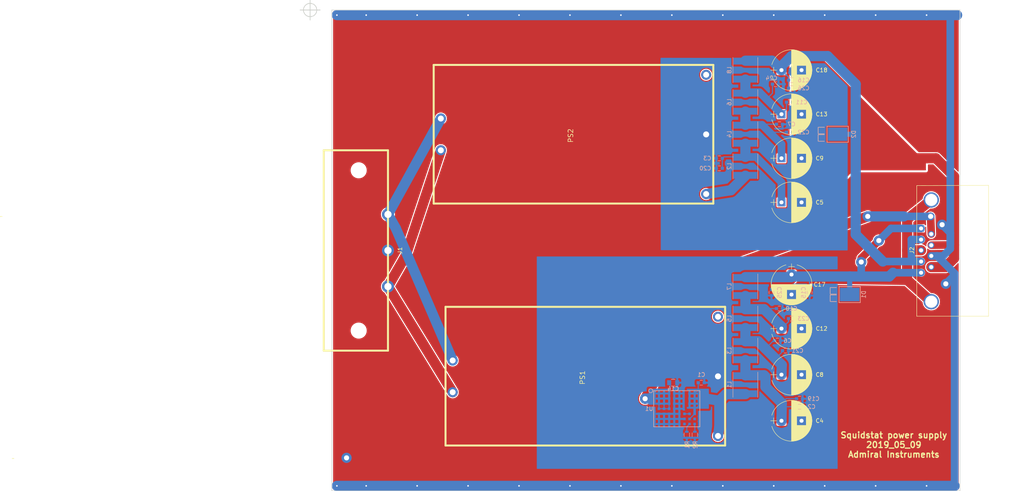
<source format=kicad_pcb>
(kicad_pcb (version 20171130) (host pcbnew "(5.1.0)-1")
  (layers (0 F.Cu signal) (31 B.Cu signal hide) (34 B.Paste user) (35 F.Paste user hide) (36 B.SilkS user) (37 F.SilkS user) (38 B.Mask user) (39 F.Mask user) (44 Edge.Cuts user))
  (net 0 "")
  (net 1 GND)
  (net 2 "Net-(C1-Pad1)")
  (net 3 /+0v,B)
  (net 4 "Net-(C10-Pad1)")
  (net 5 "Net-(C11-Pad1)")
  (net 6 /3.3v)
  (net 7 /+24v,A)
  (net 8 /+24v,B)
  (net 9 Earth)
  (net 10 "Net-(L2-Pad2)")
  (net 11 "Net-(J1-Pad1)")
  (net 12 "Net-(J1-Pad2)")
  (net 13 "Net-(R1-Pad1)")
  (net 14 "Net-(R2-Pad1)")
  (net 15 "Net-(U1-PadF7)")
  (net 16 "Net-(U1-PadH6)")
  (net 17 "Net-(U1-PadF5)")
  (net 18 "Net-(C19-Pad1)")
  (net 19 "Net-(C20-Pad1)")
  (net 20 "Net-(C21-Pad1)")
  (net 21 "Net-(C22-Pad1)")
  (net 22 "Net-(PS1-Pad5)")
  (net 23 "Net-(PS2-Pad5)")
  (module Capacitors_SMD:C_0603 (layer B.Cu) (at 97.5 93)
    (fp_text reference C1 (at 0 -2) (layer B.SilkS) (effects (justify mirror)))
    (fp_text value 2.2u)
    (pad 2 smd rect (at 0.75 0) (size 0.8 0.75) (layers B.Cu B.Paste B.Mask) (net 1 GND))
    (pad 1 smd rect (at -0.75 0) (size 0.8 0.75) (layers B.Cu B.Paste B.Mask) (net 2 "Net-(C1-Pad1)"))
  )
  (module Capacitors_SMD:C_0603 (layer B.Cu) (at 122 99)
    (fp_text reference C2 (at 3 0) (layer B.SilkS) (effects (justify mirror)))
    (fp_text value 1u)
    (pad 2 smd rect (at 0.75 0) (size 0.8 0.75) (layers B.Cu B.Paste B.Mask) (net 1 GND))
    (pad 1 smd rect (at -0.75 0) (size 0.8 0.75) (layers B.Cu B.Paste B.Mask) (net 18 "Net-(C19-Pad1)"))
  )
  (module Capacitors_SMD:C_0603 (layer B.Cu) (at 102 37 180)
    (fp_text reference C3 (at 3 0 180) (layer B.SilkS) (effects (justify mirror)))
    (fp_text value 1u)
    (pad 2 smd rect (at 0.75 0 180) (size 0.8 0.75) (layers B.Cu B.Paste B.Mask) (net 3 /+0v,B))
    (pad 1 smd rect (at -0.75 0 180) (size 0.8 0.75) (layers B.Cu B.Paste B.Mask) (net 19 "Net-(C20-Pad1)"))
  )
  (module Capacitors_THT:CP_Radial_D10.0mm_P5.00mm (layer F.Cu) (at 117.5 102.5)
    (fp_text reference C4 (at 9.5 0) (layer F.SilkS))
    (fp_text value 560u)
    (pad 1 thru_hole rect (at 0 0) (size 2 2) (drill 1) (layers *.Cu *.Mask) (net 18 "Net-(C19-Pad1)"))
    (pad 2 thru_hole circle (at 5 0) (size 2 2) (drill 1) (layers *.Cu *.Mask) (net 1 GND))
  )
  (module Capacitors_THT:CP_Radial_D10.0mm_P5.00mm (layer F.Cu) (at 117.5 48)
    (fp_text reference C5 (at 9.5 0) (layer F.SilkS))
    (fp_text value 560u)
    (pad 1 thru_hole rect (at 0 0) (size 2 2) (drill 1) (layers *.Cu *.Mask) (net 19 "Net-(C20-Pad1)"))
    (pad 2 thru_hole circle (at 5 0) (size 2 2) (drill 1) (layers *.Cu *.Mask) (net 3 /+0v,B))
  )
  (module Capacitors_SMD:C_0603 (layer B.Cu) (at 116.5 82.5)
    (fp_text reference C6 (at 2.5 0) (layer B.SilkS) (effects (justify mirror)))
    (fp_text value 1u)
    (pad 2 smd rect (at 0.75 0) (size 0.8 0.75) (layers B.Cu B.Paste B.Mask) (net 1 GND))
    (pad 1 smd rect (at -0.75 0) (size 0.8 0.75) (layers B.Cu B.Paste B.Mask) (net 20 "Net-(C21-Pad1)"))
  )
  (module Capacitors_SMD:C_0603 (layer B.Cu) (at 117 28.5)
    (fp_text reference C7 (at 3 0) (layer B.SilkS) (effects (justify mirror)))
    (fp_text value 1u)
    (pad 2 smd rect (at 0.75 0) (size 0.8 0.75) (layers B.Cu B.Paste B.Mask) (net 3 /+0v,B))
    (pad 1 smd rect (at -0.75 0) (size 0.8 0.75) (layers B.Cu B.Paste B.Mask) (net 21 "Net-(C22-Pad1)"))
  )
  (module Capacitors_THT:CP_Radial_D10.0mm_P5.00mm (layer F.Cu) (at 117.5 91)
    (fp_text reference C8 (at 9.5 0) (layer F.SilkS))
    (fp_text value 560u)
    (pad 1 thru_hole rect (at 0 0) (size 2 2) (drill 1) (layers *.Cu *.Mask) (net 20 "Net-(C21-Pad1)"))
    (pad 2 thru_hole circle (at 5 0) (size 2 2) (drill 1) (layers *.Cu *.Mask) (net 1 GND))
  )
  (module Capacitors_THT:CP_Radial_D10.0mm_P5.00mm (layer F.Cu) (at 117.5 37)
    (fp_text reference C9 (at 9.5 0) (layer F.SilkS))
    (fp_text value 560u)
    (pad 1 thru_hole rect (at 0 0) (size 2 2) (drill 1) (layers *.Cu *.Mask) (net 21 "Net-(C22-Pad1)"))
    (pad 2 thru_hole circle (at 5 0) (size 2 2) (drill 1) (layers *.Cu *.Mask) (net 3 /+0v,B))
  )
  (module Capacitors_SMD:C_0603 (layer B.Cu) (at 117 74.5)
    (fp_text reference C10 (at 3 0) (layer B.SilkS) (effects (justify mirror)))
    (fp_text value 1u)
    (pad 2 smd rect (at 0.75 0) (size 0.8 0.75) (layers B.Cu B.Paste B.Mask) (net 1 GND))
    (pad 1 smd rect (at -0.75 0) (size 0.8 0.75) (layers B.Cu B.Paste B.Mask) (net 4 "Net-(C10-Pad1)"))
  )
  (module Capacitors_SMD:C_0603 (layer B.Cu) (at 119.5 23)
    (fp_text reference C11 (at 3 0) (layer B.SilkS) (effects (justify mirror)))
    (fp_text value 1u)
    (pad 2 smd rect (at 0.75 0) (size 0.8 0.75) (layers B.Cu B.Paste B.Mask) (net 3 /+0v,B))
    (pad 1 smd rect (at -0.75 0) (size 0.8 0.75) (layers B.Cu B.Paste B.Mask) (net 5 "Net-(C11-Pad1)"))
  )
  (module Capacitors_THT:CP_Radial_D10.0mm_P5.00mm (layer F.Cu) (at 117.5 79.5)
    (fp_text reference C12 (at 10 0) (layer F.SilkS))
    (fp_text value 560u)
    (pad 1 thru_hole rect (at 0 0) (size 2 2) (drill 1) (layers *.Cu *.Mask) (net 4 "Net-(C10-Pad1)"))
    (pad 2 thru_hole circle (at 5 0) (size 2 2) (drill 1) (layers *.Cu *.Mask) (net 1 GND))
  )
  (module Capacitors_THT:CP_Radial_D10.0mm_P5.00mm (layer F.Cu) (at 117.5 26)
    (fp_text reference C13 (at 10 0) (layer F.SilkS))
    (fp_text value 560u)
    (pad 1 thru_hole rect (at 0 0) (size 2 2) (drill 1) (layers *.Cu *.Mask) (net 5 "Net-(C11-Pad1)"))
    (pad 2 thru_hole circle (at 5 0) (size 2 2) (drill 1) (layers *.Cu *.Mask) (net 3 /+0v,B))
  )
  (module Capacitors_SMD:C_0603 (layer B.Cu) (at 124.5 70.5 270)
    (fp_text reference C15 (at 0 1.5 270) (layer B.SilkS) (effects (justify mirror)))
    (fp_text value 1u)
    (pad 2 smd rect (at 0.75 0 270) (size 0.8 0.75) (layers B.Cu B.Paste B.Mask) (net 1 GND))
    (pad 1 smd rect (at -0.75 0 270) (size 0.8 0.75) (layers B.Cu B.Paste B.Mask) (net 7 /+24v,A))
  )
  (module Capacitors_SMD:C_0603 (layer B.Cu) (at 120 17.5)
    (fp_text reference C16 (at 3 0) (layer B.SilkS) (effects (justify mirror)))
    (fp_text value 1u)
    (pad 2 smd rect (at 0.75 0) (size 0.8 0.75) (layers B.Cu B.Paste B.Mask) (net 3 /+0v,B))
    (pad 1 smd rect (at -0.75 0) (size 0.8 0.75) (layers B.Cu B.Paste B.Mask) (net 8 /+24v,B))
  )
  (module Capacitors_THT:CP_Radial_D10.0mm_P5.00mm (layer F.Cu) (at 120 66 270)
    (fp_text reference C17 (at 2.5 -7) (layer F.SilkS))
    (fp_text value 560u)
    (pad 1 thru_hole rect (at 0 0 270) (size 2 2) (drill 1) (layers *.Cu *.Mask) (net 7 /+24v,A))
    (pad 2 thru_hole circle (at 5 0 270) (size 2 2) (drill 1) (layers *.Cu *.Mask) (net 1 GND))
  )
  (module Capacitors_THT:CP_Radial_D10.0mm_P5.00mm (layer F.Cu) (at 117.5 15)
    (fp_text reference C18 (at 10 0) (layer F.SilkS))
    (fp_text value 560u)
    (pad 1 thru_hole rect (at 0 0) (size 2 2) (drill 1) (layers *.Cu *.Mask) (net 8 /+24v,B))
    (pad 2 thru_hole circle (at 5 0) (size 2 2) (drill 1) (layers *.Cu *.Mask) (net 3 /+0v,B))
  )
  (module Resistors_SMD:R_0603 (layer B.Cu) (at 93.9 106 270)
    (fp_text reference R1 (at 2.5 -0.1 270) (layer B.SilkS) (effects (justify mirror)))
    (fp_text value 42.2k)
    (pad 1 smd rect (at -0.75 0 270) (size 0.5 0.9) (layers B.Cu B.Paste B.Mask) (net 13 "Net-(R1-Pad1)"))
    (pad 2 smd rect (at 0.75 0 270) (size 0.5 0.9) (layers B.Cu B.Paste B.Mask) (net 1 GND))
  )
  (module Resistors_SMD:R_0603 (layer B.Cu) (at 95.9 106 270)
    (fp_text reference R2 (at 2.5 -0.1 270) (layer B.SilkS) (effects (justify mirror)))
    (fp_text value 154k)
    (pad 1 smd rect (at -0.75 0 270) (size 0.5 0.9) (layers B.Cu B.Paste B.Mask) (net 14 "Net-(R2-Pad1)"))
    (pad 2 smd rect (at 0.75 0 270) (size 0.5 0.9) (layers B.Cu B.Paste B.Mask) (net 1 GND))
  )
  (module user:AC_receptacle (layer F.Cu) (at 19.4 60 90)
    (fp_text reference J1 (at 0 3 90) (layer F.SilkS))
    (fp_text value Conn_WallPlug_Earth)
    (pad "" np_thru_hole circle (at -20 -7.3 90) (size 3.5 3.5) (drill 3.5) (layers *.Cu *.Mask))
    (pad 3 thru_hole circle (at 0 0 90) (size 3 3) (drill 1.8) (layers *.Cu *.Mask) (net 9 Earth))
    (pad 1 thru_hole circle (at 9 0 90) (size 3 3) (drill 1.8) (layers *.Cu *.Mask) (net 11 "Net-(J1-Pad1)"))
    (pad 2 thru_hole circle (at -9 0 90) (size 3 3) (drill 1.8) (layers *.Cu *.Mask) (net 12 "Net-(J1-Pad2)"))
    (pad "" np_thru_hole circle (at 20 -7.3 90) (size 3.5 3.5) (drill 3.5) (layers *.Cu *.Mask))
  )
  (module Capacitors_SMD:C_0603 (layer B.Cu) (at 122 97)
    (fp_text reference C19 (at 3.5 0) (layer B.SilkS) (effects (justify mirror)))
    (fp_text value 10n)
    (pad 2 smd rect (at 0.75 0) (size 0.8 0.75) (layers B.Cu B.Paste B.Mask) (net 1 GND))
    (pad 1 smd rect (at -0.75 0) (size 0.8 0.75) (layers B.Cu B.Paste B.Mask) (net 18 "Net-(C19-Pad1)"))
  )
  (module Capacitors_SMD:C_0603 (layer B.Cu) (at 102 39.5 180)
    (fp_text reference C20 (at 3.5 0 180) (layer B.SilkS) (effects (justify mirror)))
    (fp_text value 10n)
    (pad 2 smd rect (at 0.75 0 180) (size 0.8 0.75) (layers B.Cu B.Paste B.Mask) (net 3 /+0v,B))
    (pad 1 smd rect (at -0.75 0 180) (size 0.8 0.75) (layers B.Cu B.Paste B.Mask) (net 19 "Net-(C20-Pad1)"))
  )
  (module Capacitors_SMD:C_0603 (layer B.Cu) (at 118.5 85)
    (fp_text reference C21 (at 3 0) (layer B.SilkS) (effects (justify mirror)))
    (fp_text value 10n)
    (pad 2 smd rect (at 0.75 0) (size 0.8 0.75) (layers B.Cu B.Paste B.Mask) (net 1 GND))
    (pad 1 smd rect (at -0.75 0) (size 0.8 0.75) (layers B.Cu B.Paste B.Mask) (net 20 "Net-(C21-Pad1)"))
  )
  (module Capacitors_SMD:C_0603 (layer B.Cu) (at 119.5 30.5)
    (fp_text reference C22 (at 3.5 0) (layer B.SilkS) (effects (justify mirror)))
    (fp_text value 10n)
    (pad 2 smd rect (at 0.75 0) (size 0.8 0.75) (layers B.Cu B.Paste B.Mask) (net 3 /+0v,B))
    (pad 1 smd rect (at -0.75 0) (size 0.8 0.75) (layers B.Cu B.Paste B.Mask) (net 21 "Net-(C22-Pad1)"))
  )
  (module Capacitors_SMD:C_0603 (layer B.Cu) (at 120 77)
    (fp_text reference C23 (at 3 0) (layer B.SilkS) (effects (justify mirror)))
    (fp_text value 10n)
    (pad 2 smd rect (at 0.75 0) (size 0.8 0.75) (layers B.Cu B.Paste B.Mask) (net 1 GND))
    (pad 1 smd rect (at -0.75 0) (size 0.8 0.75) (layers B.Cu B.Paste B.Mask) (net 4 "Net-(C10-Pad1)"))
  )
  (module Capacitors_SMD:C_0603 (layer B.Cu) (at 116 18.5)
    (fp_text reference C24 (at -1 -1.5) (layer B.SilkS) (effects (justify mirror)))
    (fp_text value 10n)
    (pad 2 smd rect (at 0.75 0) (size 0.8 0.75) (layers B.Cu B.Paste B.Mask) (net 3 /+0v,B))
    (pad 1 smd rect (at -0.75 0) (size 0.8 0.75) (layers B.Cu B.Paste B.Mask) (net 5 "Net-(C11-Pad1)"))
  )
  (module Capacitors_SMD:C_0603 (layer B.Cu) (at 115 70.5 270)
    (fp_text reference C25 (at 0 -2 270) (layer B.SilkS) (effects (justify mirror)))
    (fp_text value 10n)
    (pad 2 smd rect (at 0.75 0 270) (size 0.8 0.75) (layers B.Cu B.Paste B.Mask) (net 1 GND))
    (pad 1 smd rect (at -0.75 0 270) (size 0.8 0.75) (layers B.Cu B.Paste B.Mask) (net 7 /+24v,A))
  )
  (module Capacitors_SMD:C_0603 (layer B.Cu) (at 120 19.5)
    (fp_text reference C26 (at 3 0) (layer B.SilkS) (effects (justify mirror)))
    (fp_text value 10n)
    (pad 2 smd rect (at 0.75 0) (size 0.8 0.75) (layers B.Cu B.Paste B.Mask) (net 3 /+0v,B))
    (pad 1 smd rect (at -0.75 0) (size 0.8 0.75) (layers B.Cu B.Paste B.Mask) (net 8 /+24v,B))
  )
  (module user:LGA-50 (layer B.Cu) (at 91.4 99.5)
    (fp_text reference U1 (at -6.9 0) (layer B.SilkS) (effects (justify mirror)))
    (fp_text value LTM8022)
    (pad H7 smd rect (at 4.445 3.81) (size 0.64 0.64) (layers B.Cu B.Paste B.Mask) (net 14 "Net-(R2-Pad1)"))
    (pad G7 smd rect (at 3.175 3.81) (size 0.64 0.64) (layers B.Cu B.Paste B.Mask) (net 13 "Net-(R1-Pad1)"))
    (pad F7 smd rect (at 1.905 3.81) (size 0.64 0.64) (layers B.Cu B.Paste B.Mask) (net 15 "Net-(U1-PadF7)"))
    (pad E1 smd rect (at 0.635 3.81) (size 0.64 0.64) (layers B.Cu B.Paste B.Mask) (net 1 GND))
    (pad E1 smd rect (at -0.635 3.81) (size 0.64 0.64) (layers B.Cu B.Paste B.Mask) (net 1 GND))
    (pad E1 smd rect (at -1.905 3.81) (size 0.64 0.64) (layers B.Cu B.Paste B.Mask) (net 1 GND))
    (pad E1 smd rect (at -3.175 3.81) (size 0.64 0.64) (layers B.Cu B.Paste B.Mask) (net 1 GND))
    (pad E1 smd rect (at -4.445 3.81) (size 0.64 0.64) (layers B.Cu B.Paste B.Mask) (net 1 GND))
    (pad H6 smd rect (at 4.445 2.54) (size 0.64 0.64) (layers B.Cu B.Paste B.Mask) (net 16 "Net-(U1-PadH6)"))
    (pad G6 smd rect (at 3.175 2.54) (size 0.64 0.64) (layers B.Cu B.Paste B.Mask) (net 2 "Net-(C1-Pad1)"))
    (pad E1 smd rect (at 1.905 2.54) (size 0.64 0.64) (layers B.Cu B.Paste B.Mask) (net 1 GND))
    (pad E1 smd rect (at 0.635 2.54) (size 0.64 0.64) (layers B.Cu B.Paste B.Mask) (net 1 GND))
    (pad E1 smd rect (at -0.635 2.54) (size 0.64 0.64) (layers B.Cu B.Paste B.Mask) (net 1 GND))
    (pad E1 smd rect (at -1.905 2.54) (size 0.64 0.64) (layers B.Cu B.Paste B.Mask) (net 1 GND))
    (pad E1 smd rect (at -3.175 2.54) (size 0.64 0.64) (layers B.Cu B.Paste B.Mask) (net 1 GND))
    (pad E1 smd rect (at -4.445 2.54) (size 0.64 0.64) (layers B.Cu B.Paste B.Mask) (net 1 GND))
    (pad H5 smd rect (at 4.445 1.27) (size 0.64 0.64) (layers B.Cu B.Paste B.Mask) (net 2 "Net-(C1-Pad1)"))
    (pad G5 smd rect (at 3.175 1.27) (size 0.64 0.64) (layers B.Cu B.Paste B.Mask) (net 17 "Net-(U1-PadF5)"))
    (pad F5 smd rect (at 1.905 1.27) (size 0.64 0.64) (layers B.Cu B.Paste B.Mask) (net 17 "Net-(U1-PadF5)"))
    (pad E1 smd rect (at 0.635 1.27) (size 0.64 0.64) (layers B.Cu B.Paste B.Mask) (net 1 GND))
    (pad E1 smd rect (at -0.635 1.27) (size 0.64 0.64) (layers B.Cu B.Paste B.Mask) (net 1 GND))
    (pad E1 smd rect (at -1.905 1.27) (size 0.64 0.64) (layers B.Cu B.Paste B.Mask) (net 1 GND))
    (pad E1 smd rect (at -3.175 1.27) (size 0.64 0.64) (layers B.Cu B.Paste B.Mask) (net 1 GND))
    (pad E1 smd rect (at -4.445 1.27) (size 0.64 0.64) (layers B.Cu B.Paste B.Mask) (net 1 GND))
    (pad E1 smd rect (at 0.635 0) (size 0.64 0.64) (layers B.Cu B.Paste B.Mask) (net 1 GND))
    (pad E1 smd rect (at -0.635 0) (size 0.64 0.64) (layers B.Cu B.Paste B.Mask) (net 1 GND))
    (pad A1 smd rect (at -1.905 0) (size 0.64 0.64) (layers B.Cu B.Paste B.Mask) (net 6 /3.3v))
    (pad A1 smd rect (at -3.175 0) (size 0.64 0.64) (layers B.Cu B.Paste B.Mask) (net 6 /3.3v))
    (pad A1 smd rect (at -4.445 0) (size 0.64 0.64) (layers B.Cu B.Paste B.Mask) (net 6 /3.3v))
    (pad H1 smd rect (at 4.445 -1.27) (size 0.64 0.64) (layers B.Cu B.Paste B.Mask) (net 2 "Net-(C1-Pad1)"))
    (pad H1 smd rect (at 3.175 -1.27) (size 0.64 0.64) (layers B.Cu B.Paste B.Mask) (net 2 "Net-(C1-Pad1)"))
    (pad E1 smd rect (at 0.635 -1.27) (size 0.64 0.64) (layers B.Cu B.Paste B.Mask) (net 1 GND))
    (pad E1 smd rect (at -0.635 -1.27) (size 0.64 0.64) (layers B.Cu B.Paste B.Mask) (net 1 GND))
    (pad A1 smd rect (at -1.905 -1.27) (size 0.64 0.64) (layers B.Cu B.Paste B.Mask) (net 6 /3.3v))
    (pad A1 smd rect (at -3.175 -1.27) (size 0.64 0.64) (layers B.Cu B.Paste B.Mask) (net 6 /3.3v))
    (pad A1 smd rect (at -4.445 -1.27) (size 0.64 0.64) (layers B.Cu B.Paste B.Mask) (net 6 /3.3v))
    (pad H1 smd rect (at 3.175 -2.54) (size 0.64 0.64) (layers B.Cu B.Paste B.Mask) (net 2 "Net-(C1-Pad1)"))
    (pad E1 smd rect (at -0.635 -2.54) (size 0.64 0.64) (layers B.Cu B.Paste B.Mask) (net 1 GND))
    (pad E1 smd rect (at 0.635 -2.54) (size 0.64 0.64) (layers B.Cu B.Paste B.Mask) (net 1 GND))
    (pad H1 smd rect (at 4.445 -3.81) (size 0.64 0.64) (layers B.Cu B.Paste B.Mask) (net 2 "Net-(C1-Pad1)"))
    (pad H1 smd rect (at 4.445 -2.54) (size 0.64 0.64) (layers B.Cu B.Paste B.Mask) (net 2 "Net-(C1-Pad1)"))
    (pad H1 smd rect (at 3.175 -3.81) (size 0.64 0.64) (layers B.Cu B.Paste B.Mask) (net 2 "Net-(C1-Pad1)"))
    (pad E1 smd rect (at 0.635 -3.81) (size 0.64 0.64) (layers B.Cu B.Paste B.Mask) (net 1 GND))
    (pad A1 smd rect (at -4.445 -3.81) (size 0.64 0.64) (layers B.Cu B.Paste B.Mask) (net 6 /3.3v))
    (pad A1 smd rect (at -3.175 -3.81) (size 0.64 0.64) (layers B.Cu B.Paste B.Mask) (net 6 /3.3v))
    (pad A1 smd rect (at -1.905 -3.81) (size 0.64 0.64) (layers B.Cu B.Paste B.Mask) (net 6 /3.3v))
    (pad E1 smd rect (at -0.635 -3.81) (size 0.64 0.64) (layers B.Cu B.Paste B.Mask) (net 1 GND))
    (pad A1 smd rect (at -1.905 -2.54) (size 0.64 0.64) (layers B.Cu B.Paste B.Mask) (net 6 /3.3v))
    (pad A1 smd rect (at -3.175 -2.54) (size 0.64 0.64) (layers B.Cu B.Paste B.Mask) (net 6 /3.3v))
    (pad A1 smd rect (at -4.445 -2.54) (size 0.64 0.64) (layers B.Cu B.Paste B.Mask) (net 6 /3.3v))
    (pad A1 smd rect (at -4.445 -3.81) (size 0.64 0.64) (layers B.Cu B.Paste B.Mask) (net 6 /3.3v))
  )
  (module user:6045_inductor (layer B.Cu) (at 108.5 93.5 270)
    (fp_text reference L1 (at 0 4 270) (layer B.SilkS) (effects (justify mirror)))
    (fp_text value 10u)
    (pad 1 smd rect (at -2.25 0 270) (size 1.7 5.9) (layers B.Cu B.Paste B.Mask) (net 18 "Net-(C19-Pad1)"))
    (pad 2 smd rect (at 2.25 0 270) (size 1.7 5.9) (layers B.Cu B.Paste B.Mask) (net 2 "Net-(C1-Pad1)"))
  )
  (module user:6045_inductor (layer B.Cu) (at 108.5 39 270)
    (fp_text reference L2 (at 0 4 270) (layer B.SilkS) (effects (justify mirror)))
    (fp_text value 10u)
    (pad 1 smd rect (at -2.25 0 270) (size 1.7 5.9) (layers B.Cu B.Paste B.Mask) (net 19 "Net-(C20-Pad1)"))
    (pad 2 smd rect (at 2.25 0 270) (size 1.7 5.9) (layers B.Cu B.Paste B.Mask) (net 10 "Net-(L2-Pad2)"))
  )
  (module user:6045_inductor (layer B.Cu) (at 108.5 85 270)
    (fp_text reference L3 (at 0 4 270) (layer B.SilkS) (effects (justify mirror)))
    (fp_text value 10u)
    (pad 1 smd rect (at -2.25 0 270) (size 1.7 5.9) (layers B.Cu B.Paste B.Mask) (net 20 "Net-(C21-Pad1)"))
    (pad 2 smd rect (at 2.25 0 270) (size 1.7 5.9) (layers B.Cu B.Paste B.Mask) (net 18 "Net-(C19-Pad1)"))
  )
  (module user:6045_inductor (layer B.Cu) (at 108.5 31 270)
    (fp_text reference L4 (at 0 4 270) (layer B.SilkS) (effects (justify mirror)))
    (fp_text value 10u)
    (pad 1 smd rect (at -2.25 0 270) (size 1.7 5.9) (layers B.Cu B.Paste B.Mask) (net 21 "Net-(C22-Pad1)"))
    (pad 2 smd rect (at 2.25 0 270) (size 1.7 5.9) (layers B.Cu B.Paste B.Mask) (net 19 "Net-(C20-Pad1)"))
  )
  (module user:6045_inductor (layer B.Cu) (at 108.5 77 270)
    (fp_text reference L5 (at 0 4 270) (layer B.SilkS) (effects (justify mirror)))
    (fp_text value 10u)
    (pad 1 smd rect (at -2.25 0 270) (size 1.7 5.9) (layers B.Cu B.Paste B.Mask) (net 4 "Net-(C10-Pad1)"))
    (pad 2 smd rect (at 2.25 0 270) (size 1.7 5.9) (layers B.Cu B.Paste B.Mask) (net 20 "Net-(C21-Pad1)"))
  )
  (module user:6045_inductor (layer B.Cu) (at 108.5 23 270)
    (fp_text reference L6 (at 0 4 270) (layer B.SilkS) (effects (justify mirror)))
    (fp_text value 10u)
    (pad 1 smd rect (at -2.25 0 270) (size 1.7 5.9) (layers B.Cu B.Paste B.Mask) (net 5 "Net-(C11-Pad1)"))
    (pad 2 smd rect (at 2.25 0 270) (size 1.7 5.9) (layers B.Cu B.Paste B.Mask) (net 21 "Net-(C22-Pad1)"))
  )
  (module user:6045_inductor (layer B.Cu) (at 108.5 69 270)
    (fp_text reference L7 (at 0 4 270) (layer B.SilkS) (effects (justify mirror)))
    (fp_text value 10u)
    (pad 1 smd rect (at -2.25 0 270) (size 1.7 5.9) (layers B.Cu B.Paste B.Mask) (net 7 /+24v,A))
    (pad 2 smd rect (at 2.25 0 270) (size 1.7 5.9) (layers B.Cu B.Paste B.Mask) (net 4 "Net-(C10-Pad1)"))
  )
  (module user:6045_inductor (layer B.Cu) (at 108.5 15 270)
    (fp_text reference L8 (at 0 4 270) (layer B.SilkS) (effects (justify mirror)))
    (fp_text value 10u)
    (pad 1 smd rect (at -2.25 0 270) (size 1.7 5.9) (layers B.Cu B.Paste B.Mask) (net 8 /+24v,B))
    (pad 2 smd rect (at 2.25 0 270) (size 1.7 5.9) (layers B.Cu B.Paste B.Mask) (net 5 "Net-(C11-Pad1)"))
  )
  (module Capacitors_SMD:C_0805 (layer B.Cu) (at 90.5 93)
    (fp_text reference C14 (at 0 1.5) (layer B.SilkS) (effects (justify mirror)))
    (fp_text value 22u)
    (pad 1 smd rect (at -1 0) (size 1 1.25) (layers B.Cu B.Paste B.Mask) (net 6 /3.3v))
    (pad 2 smd rect (at 1 0) (size 1 1.25) (layers B.Cu B.Paste B.Mask) (net 1 GND))
  )
  (module user:PowerDI5 (layer B.Cu) (at 134.5 71 90)
    (fp_text reference D1 (at 0 3.5 90) (layer B.SilkS) (effects (justify mirror)))
    (fp_text value 31v)
    (pad 2 smd rect (at -0.92 -3.982 90) (size 1.39 1.4) (layers B.Cu B.Paste B.Mask) (net 1 GND))
    (pad 1 smd rect (at 0 0 90) (size 3.36 4.86) (layers B.Cu B.Paste B.Mask) (net 7 /+24v,A))
    (pad 2 smd rect (at 0.92 -3.982 90) (size 1.39 1.4) (layers B.Cu B.Paste B.Mask) (net 1 GND))
  )
  (module user:PowerDI5 (layer B.Cu) (at 131.5 31 90)
    (fp_text reference D2 (at 0 4 90) (layer B.SilkS) (effects (justify mirror)))
    (fp_text value 31v)
    (pad 2 smd rect (at -0.92 -3.982 90) (size 1.39 1.4) (layers B.Cu B.Paste B.Mask) (net 3 /+0v,B))
    (pad 1 smd rect (at 0 0 90) (size 3.36 4.86) (layers B.Cu B.Paste B.Mask) (net 8 /+24v,B))
    (pad 2 smd rect (at 0.92 -3.982 90) (size 1.39 1.4) (layers B.Cu B.Paste B.Mask) (net 3 /+0v,B))
  )
  (module user_generated_footprints:DB9FC_w_housing_connection (layer F.Cu) (at 152.3 54.5 270)
    (fp_text reference J2 (at 5.46 2.28 270) (layer F.SilkS))
    (fp_text value DB9_Female_MountingHoles)
    (pad 0 thru_hole circle (at 18.29 -2.54 270) (size 3.81 3.81) (drill 3.05) (layers *.Cu *.Mask) (net 1 GND))
    (pad 0 thru_hole circle (at -7.11 -2.54 270) (size 3.81 3.81) (drill 3.05) (layers *.Cu *.Mask) (net 1 GND))
    (pad 1 thru_hole rect (at 0 0 270) (size 1.52 1.52) (drill 1.02) (layers *.Cu *.Mask) (net 7 /+24v,A))
    (pad 2 thru_hole circle (at 2.79 0 270) (size 1.52 1.52) (drill 1.02) (layers *.Cu *.Mask) (net 8 /+24v,B))
    (pad 3 thru_hole circle (at 5.46 0 270) (size 1.52 1.52) (drill 1.02) (layers *.Cu *.Mask) (net 1 GND))
    (pad 4 thru_hole circle (at 8.26 0 270) (size 1.52 1.52) (drill 1.02) (layers *.Cu *.Mask) (net 8 /+24v,B))
    (pad 5 thru_hole circle (at 11.05 0 270) (size 1.52 1.52) (drill 1.02) (layers *.Cu *.Mask) (net 7 /+24v,A))
    (pad 6 thru_hole circle (at 1.4 -2.54 270) (size 1.52 1.52) (drill 1.02) (layers *.Cu *.Mask) (net 6 /3.3v))
    (pad 7 thru_hole circle (at 4.19 -2.54 270) (size 1.52 1.52) (drill 1.02) (layers *.Cu *.Mask) (net 3 /+0v,B))
    (pad 8 thru_hole circle (at 6.86 -2.54 270) (size 1.52 1.52) (drill 1.02) (layers *.Cu *.Mask) (net 9 Earth))
    (pad 9 thru_hole circle (at 9.65 -2.54 270) (size 1.52 1.52) (drill 1.02) (layers *.Cu *.Mask) (net 3 /+0v,B))
  )
  (module user:TPP-30-115A-D (layer F.Cu) (at 103.45 74.075)
    (fp_text reference PS1 (at -35.56 17.653 90) (layer F.SilkS) (effects (font (size 1.2 1.2))))
    (fp_text value TPP30-115A-D)
    (pad 5 thru_hole circle (at -1.78 2.46) (size 2.5 2.5) (drill 1.5) (layers *.Cu *.Mask) (net 22 "Net-(PS1-Pad5)"))
    (pad 4 thru_hole circle (at -1.78 17.34) (size 2.5 2.5) (drill 1.5) (layers *.Cu *.Mask) (net 1 GND))
    (pad 2 thru_hole circle (at -67.92 13.38) (size 2.5 2.5) (drill 1.5) (layers *.Cu *.Mask) (net 11 "Net-(J1-Pad1)"))
    (pad 1 thru_hole circle (at -67.92 21.3) (size 2.5 2.5) (drill 1.5) (layers *.Cu *.Mask) (net 12 "Net-(J1-Pad2)"))
    (pad 3 thru_hole circle (at -1.78 32.22) (size 2.5 2.5) (drill 1.5) (layers *.Cu *.Mask) (net 2 "Net-(C1-Pad1)"))
  )
  (module user:TPP-30-115A-D (layer F.Cu) (at 100.5 13.7)
    (fp_text reference PS2 (at -35.56 17.653 90) (layer F.SilkS) (effects (font (size 1.2 1.2))))
    (fp_text value TPP30-115A-D)
    (pad 3 thru_hole circle (at -1.78 32.22) (size 2.5 2.5) (drill 1.5) (layers *.Cu *.Mask) (net 10 "Net-(L2-Pad2)"))
    (pad 1 thru_hole circle (at -67.92 21.3) (size 2.5 2.5) (drill 1.5) (layers *.Cu *.Mask) (net 12 "Net-(J1-Pad2)"))
    (pad 2 thru_hole circle (at -67.92 13.38) (size 2.5 2.5) (drill 1.5) (layers *.Cu *.Mask) (net 11 "Net-(J1-Pad1)"))
    (pad 4 thru_hole circle (at -1.78 17.34) (size 2.5 2.5) (drill 1.5) (layers *.Cu *.Mask) (net 3 /+0v,B))
    (pad 5 thru_hole circle (at -1.78 2.46) (size 2.5 2.5) (drill 1.5) (layers *.Cu *.Mask) (net 23 "Net-(PS2-Pad5)"))
  )
  (gr_text "Squidstat power supply\n2019_05_09\nAdmiral Instruments" (at 145.5 108.5) (layer F.SilkS) (effects (font (size 1.5 1.5) (thickness 0.3))))
  (target plus (at 0 0) (size 5) (width 0.15) (layer Edge.Cuts))
  (target plus (at 0 0) (size 5) (width 0.15) (layer Edge.Cuts))
  (gr_line (start 5.4 0) (end 162 0) (angle 90) (layer Edge.Cuts) (width 0.15))
  (gr_line (start 162 0) (end 162 120) (angle 90) (layer Edge.Cuts) (width 0.15))
  (gr_line (start 5.4 120) (end 162 120) (angle 90) (layer Edge.Cuts) (width 0.15))
  (gr_line (start 5.4 0) (end 5.4 120) (angle 90) (layer Edge.Cuts) (width 0.15))
  (segment (start 124 67) (end 148.81 67.35) (width 2.54) (layer F.Cu) (net 1))
  (segment (start 148.81 67.35) (end 148.83 59.96) (width 2.54) (layer F.Cu) (net 1))
  (segment (start 154.84 72.79) (end 148.81 67.35) (width 2.54) (layer F.Cu) (net 1))
  (segment (start 152.3 59.96) (end 148.83 59.96) (width 2.54) (layer F.Cu) (net 1))
  (segment (start 148.83 52.19) (end 148.83 59.96) (width 2.54) (layer F.Cu) (net 1))
  (segment (start 154.84 47.39) (end 148.83 52.19) (width 2.54) (layer F.Cu) (net 1))
  (segment (start 124 67) (end 120 71) (width 2.54) (layer F.Cu) (net 1))
  (segment (start 102 104) (end 102 97.5) (width 2.54) (layer B.Cu) (net 2))
  (segment (start 102 97.5) (end 103.65 95.85) (width 2.54) (layer B.Cu) (net 2))
  (segment (start 96.75 93) (end 96.75 94.785) (width 0.254) (layer B.Cu) (net 2))
  (segment (start 96.75 94.785) (end 95.845 95.69) (width 0.254) (layer B.Cu) (net 2))
  (segment (start 95.845 100.77) (end 94.575 102.04) (width 0.254) (layer B.Cu) (net 2))
  (segment (start 95.845 98.23) (end 95.845 100.77) (width 0.635) (layer B.Cu) (net 2))
  (segment (start 103.65 95.85) (end 108.5 95.85) (width 2.54) (layer B.Cu) (net 2))
  (segment (start 102 104) (end 101.67 106.295) (width 2.54) (layer B.Cu) (net 2))
  (segment (start 98.7 96.96) (end 102 97.5) (width 2.54) (layer B.Cu) (net 2))
  (segment (start 95.845 96.96) (end 98.7 96.96) (width 0.635) (layer B.Cu) (net 2))
  (segment (start 160.5 58.61) (end 160.5 62) (width 2.54) (layer F.Cu) (net 3))
  (segment (start 160.5 41.5) (end 160.5 58.61) (width 2.54) (layer F.Cu) (net 3))
  (segment (start 154.84 58.69) (end 160.5 58.61) (width 1.905) (layer F.Cu) (net 3))
  (segment (start 122.5 37) (end 156 37) (width 2.54) (layer F.Cu) (net 3))
  (segment (start 158.35 64.15) (end 154.84 64.15) (width 2.54) (layer F.Cu) (net 3))
  (segment (start 160.5 62) (end 158.35 64.15) (width 2.54) (layer F.Cu) (net 3))
  (segment (start 156 37) (end 160.5 41.5) (width 2.54) (layer F.Cu) (net 3))
  (segment (start 122.5 26) (end 122.5 15) (width 1.905) (layer F.Cu) (net 3))
  (segment (start 122.5 37) (end 122.5 26) (width 1.905) (layer F.Cu) (net 3))
  (segment (start 122.5 48) (end 122.5 37) (width 1.905) (layer F.Cu) (net 3))
  (segment (start 119.25 77) (end 119.25 77.75) (width 0.254) (layer B.Cu) (net 4))
  (segment (start 119.25 77.75) (end 117.5 79.5) (width 0.254) (layer B.Cu) (net 4))
  (segment (start 116.25 74.5) (end 113.3 74.5) (width 0.254) (layer B.Cu) (net 4))
  (segment (start 113.3 74.5) (end 113.15 74.65) (width 0.254) (layer B.Cu) (net 4))
  (segment (start 117.5 79.5) (end 117.58 79.08) (width 2.54) (layer B.Cu) (net 4))
  (segment (start 113.15 74.65) (end 108.5 74.65) (width 2.54) (layer B.Cu) (net 4))
  (segment (start 117.58 79.08) (end 113.15 74.65) (width 2.54) (layer B.Cu) (net 4))
  (segment (start 108.5 74.65) (end 108.5 71.35) (width 2.54) (layer B.Cu) (net 4))
  (segment (start 118.75 23) (end 118.75 24.75) (width 0.254) (layer B.Cu) (net 5))
  (segment (start 118.75 24.75) (end 117.5 26) (width 0.254) (layer B.Cu) (net 5))
  (segment (start 115.25 18.5) (end 115.25 20.5) (width 0.254) (layer B.Cu) (net 5))
  (segment (start 115.25 20.5) (end 115.25 20.75) (width 0.254) (layer B.Cu) (net 5))
  (segment (start 115.25 20.75) (end 113.75 22.25) (width 0.254) (layer B.Cu) (net 5))
  (segment (start 117.5 26) (end 113.75 22.25) (width 1.905) (layer B.Cu) (net 5))
  (segment (start 113.75 22.25) (end 112 20.5) (width 1.905) (layer B.Cu) (net 5))
  (segment (start 112 20.5) (end 108.65 20.5) (width 1.905) (layer B.Cu) (net 5))
  (segment (start 108.65 20.5) (end 108.5 20.65) (width 1.905) (layer B.Cu) (net 5))
  (segment (start 108.5 20.65) (end 108.5 17.35) (width 2.54) (layer B.Cu) (net 5))
  (segment (start 154.84 55.9) (end 154.68 51.5) (width 1.905) (layer F.Cu) (net 6))
  (via (at 154.68 51.5) (size 1.905) (drill 1.27) (layers F.Cu B.Cu) (net 6))
  (segment (start 148 51.5) (end 154.68 51.5) (width 1.905) (layer B.Cu) (net 6))
  (segment (start 83.54 96.96) (end 83.5 97) (width 2.54) (layer B.Cu) (net 6))
  (via (at 83.5 97) (size 2.54) (drill 1.27) (layers F.Cu B.Cu) (net 6))
  (via (at 139 51.5) (size 2.54) (drill 1.27) (layers F.Cu B.Cu) (net 6))
  (segment (start 139 51.5) (end 148 51.5) (width 2.54) (layer B.Cu) (net 6))
  (segment (start 83.54 96.96) (end 84.54 96.96) (width 2.54) (layer B.Cu) (net 6))
  (segment (start 154.84 51.66) (end 154.68 51.5) (width 0.635) (layer B.Cu) (net 6))
  (segment (start 88.225 99.5) (end 88.225 98.23) (width 0.254) (layer B.Cu) (net 6))
  (segment (start 86.955 98.23) (end 86.955 99.5) (width 0.254) (layer B.Cu) (net 6))
  (segment (start 86.955 99.5) (end 88.225 99.5) (width 0.254) (layer B.Cu) (net 6))
  (segment (start 88.225 99.5) (end 89.495 99.5) (width 0.254) (layer B.Cu) (net 6))
  (segment (start 89.495 99.5) (end 89.495 98.23) (width 0.254) (layer B.Cu) (net 6))
  (segment (start 89.75 93) (end 89.75 94.25) (width 0.254) (layer B.Cu) (net 6))
  (segment (start 89.495 94.505) (end 89.495 95.69) (width 0.254) (layer B.Cu) (net 6))
  (segment (start 89.75 94.25) (end 89.495 94.505) (width 0.254) (layer B.Cu) (net 6))
  (segment (start 86.955 96.96) (end 84.54 96.96) (width 0.254) (layer B.Cu) (net 6))
  (segment (start 84.54 96.96) (end 84.5 97) (width 0.254) (layer B.Cu) (net 6))
  (segment (start 83.5 97) (end 100.4 65.625) (width 2.54) (layer F.Cu) (net 6))
  (segment (start 100.4 65.625) (end 139 51.5) (width 2.54) (layer F.Cu) (net 6))
  (segment (start 144.35 66.5) (end 137.18 66.5) (width 2.54) (layer B.Cu) (net 7))
  (segment (start 137.18 66.5) (end 134.5 66.5) (width 2.54) (layer B.Cu) (net 7))
  (segment (start 137.38 62.88) (end 137.38 66.3) (width 1.905) (layer B.Cu) (net 7))
  (segment (start 137.38 66.3) (end 137.18 66.5) (width 1.905) (layer B.Cu) (net 7))
  (segment (start 141.77 57.53) (end 137.38 61.92) (width 1.905) (layer F.Cu) (net 7))
  (segment (start 137.38 61.92) (end 137.38 62.88) (width 1.905) (layer F.Cu) (net 7))
  (via (at 137.38 62.88) (size 2.54) (drill 1.27) (layers F.Cu B.Cu) (net 7))
  (segment (start 152.3 54.5) (end 144.8 54.5) (width 1.905) (layer B.Cu) (net 7))
  (segment (start 144.8 54.5) (end 141.77 57.53) (width 1.905) (layer B.Cu) (net 7))
  (via (at 141.77 57.53) (size 2.54) (drill 1.27) (layers F.Cu B.Cu) (net 7))
  (segment (start 152.3 65.55) (end 145.3 65.55) (width 1.905) (layer B.Cu) (net 7))
  (segment (start 144.35 66.5) (end 145.3 65.55) (width 2.54) (layer B.Cu) (net 7))
  (segment (start 134.5 71) (end 134.5 66.5) (width 1.27) (layer B.Cu) (net 7))
  (segment (start 134.5 66.5) (end 134.5 67) (width 1.27) (layer B.Cu) (net 7))
  (segment (start 134.5 67) (end 134.5 66.5) (width 1.27) (layer B.Cu) (net 7))
  (segment (start 124.5 69.75) (end 124.5 66.5) (width 0.254) (layer B.Cu) (net 7))
  (segment (start 115 69.75) (end 115 66.65) (width 0.254) (layer B.Cu) (net 7))
  (segment (start 115 66.65) (end 115 67) (width 0.254) (layer B.Cu) (net 7))
  (segment (start 115 67) (end 115 66.65) (width 0.254) (layer B.Cu) (net 7))
  (segment (start 117 66.65) (end 117 67) (width 0.254) (layer B.Cu) (net 7))
  (segment (start 117 67) (end 117 66.65) (width 0.254) (layer B.Cu) (net 7))
  (segment (start 120 66) (end 120 66.5) (width 2.54) (layer B.Cu) (net 7))
  (segment (start 120 66.5) (end 119.85 66.65) (width 2.54) (layer B.Cu) (net 7))
  (segment (start 119.85 66.65) (end 120 66) (width 2.54) (layer B.Cu) (net 7))
  (segment (start 108.5 66.65) (end 115 66.65) (width 2.54) (layer B.Cu) (net 7))
  (segment (start 115 66.65) (end 117 66.65) (width 2.54) (layer B.Cu) (net 7))
  (segment (start 117 66.65) (end 119.85 66.65) (width 2.54) (layer B.Cu) (net 7))
  (segment (start 119.85 66.65) (end 120 66.5) (width 2.54) (layer B.Cu) (net 7))
  (segment (start 120 66.5) (end 124.5 66.5) (width 2.54) (layer B.Cu) (net 7))
  (segment (start 124.5 66.5) (end 134.5 66.5) (width 2.54) (layer B.Cu) (net 7))
  (segment (start 152.3 62.76) (end 149.93 62.76) (width 1.905) (layer B.Cu) (net 8))
  (segment (start 149.93 62.76) (end 145.3 62.76) (width 1.905) (layer B.Cu) (net 8))
  (segment (start 149.87 57.26) (end 149.93 62.76) (width 1.905) (layer B.Cu) (net 8))
  (segment (start 152.3 57.29) (end 149.87 57.26) (width 1.905) (layer B.Cu) (net 8))
  (segment (start 136 56) (end 136 31) (width 2.54) (layer B.Cu) (net 8))
  (segment (start 136 56) (end 142.76 62.76) (width 2.54) (layer B.Cu) (net 8))
  (segment (start 142.76 62.76) (end 145.3 62.76) (width 1.905) (layer B.Cu) (net 8))
  (segment (start 131.5 31) (end 136 31) (width 1.27) (layer B.Cu) (net 8))
  (segment (start 119.25 19.5) (end 119.25 17.5) (width 0.254) (layer B.Cu) (net 8))
  (segment (start 119.25 17.5) (end 119.25 16.75) (width 0.254) (layer B.Cu) (net 8))
  (segment (start 119.25 16.75) (end 117.5 15) (width 0.254) (layer B.Cu) (net 8))
  (segment (start 136 18.5) (end 136 31) (width 2.54) (layer B.Cu) (net 8))
  (segment (start 129 11.5) (end 136 18.5) (width 2.54) (layer B.Cu) (net 8))
  (segment (start 120 11.5) (end 129 11.5) (width 2.54) (layer B.Cu) (net 8))
  (segment (start 117.5 14) (end 120 11.5) (width 2.54) (layer B.Cu) (net 8))
  (segment (start 117.5 15) (end 117.5 14) (width 2.54) (layer B.Cu) (net 8))
  (segment (start 108.5 12.65) (end 115.15 12.65) (width 2.54) (layer B.Cu) (net 8))
  (segment (start 115.15 12.65) (end 117.5 15) (width 2.54) (layer B.Cu) (net 8))
  (segment (start 159.58 58.43) (end 159.58 1.27) (width 1.905) (layer B.Cu) (net 9))
  (segment (start 159.58 59.58) (end 159.58 58.43) (width 1.905) (layer B.Cu) (net 9))
  (segment (start 159.58 58.43) (end 159.58 55.61) (width 1.905) (layer B.Cu) (net 9))
  (segment (start 159.58 55.61) (end 157.54 53.57) (width 1.905) (layer B.Cu) (net 9))
  (via (at 157.54 53.57) (size 2.54) (drill 1.27) (layers F.Cu B.Cu) (net 9))
  (segment (start 160.655 65.745) (end 160.655 66.135) (width 1.905) (layer B.Cu) (net 9))
  (segment (start 160.655 66.135) (end 158.46 68.33) (width 1.905) (layer B.Cu) (net 9))
  (via (at 158.46 68.33) (size 2.54) (drill 1.27) (layers F.Cu B.Cu) (net 9))
  (segment (start 153.67 1.27) (end 159.58 1.27) (width 2.54) (layer B.Cu) (net 9))
  (segment (start 159.58 1.27) (end 161.29 1.27) (width 2.54) (layer B.Cu) (net 9))
  (segment (start 157.8 61.36) (end 159.58 59.58) (width 1.905) (layer B.Cu) (net 9))
  (segment (start 156.27 61.36) (end 157.8 61.36) (width 1.905) (layer B.Cu) (net 9))
  (segment (start 156.27 61.36) (end 160.655 65.745) (width 1.905) (layer B.Cu) (net 9))
  (segment (start 160.655 65.745) (end 160.655 118.745) (width 1.905) (layer B.Cu) (net 9))
  (segment (start 154.84 61.36) (end 156.27 61.36) (width 1.905) (layer B.Cu) (net 9))
  (segment (start 153.67 118.745) (end 160.655 118.745) (width 2.54) (layer B.Cu) (net 9))
  (segment (start 153.67 118.745) (end 6.67 118.745) (width 2.54) (layer B.Cu) (net 9))
  (segment (start 140.97 118.745) (end 153.67 118.745) (width 0.254) (layer F.Cu) (net 9))
  (via (at 153.67 118.745) (size 0.6) (drill 0.4) (layers F.Cu B.Cu) (net 9))
  (segment (start 128.27 118.745) (end 140.97 118.745) (width 0.254) (layer F.Cu) (net 9))
  (via (at 140.97 118.745) (size 0.6) (drill 0.4) (layers F.Cu B.Cu) (net 9))
  (segment (start 115.57 118.745) (end 128.27 118.745) (width 0.254) (layer F.Cu) (net 9))
  (via (at 128.27 118.745) (size 0.6) (drill 0.4) (layers F.Cu B.Cu) (net 9))
  (segment (start 102.87 118.745) (end 115.57 118.745) (width 0.254) (layer F.Cu) (net 9))
  (via (at 115.57 118.745) (size 0.6) (drill 0.4) (layers F.Cu B.Cu) (net 9))
  (segment (start 90.17 118.745) (end 102.87 118.745) (width 0.254) (layer F.Cu) (net 9))
  (via (at 102.87 118.745) (size 0.6) (drill 0.4) (layers F.Cu B.Cu) (net 9))
  (segment (start 77.47 118.745) (end 90.17 118.745) (width 0.254) (layer F.Cu) (net 9))
  (via (at 90.17 118.745) (size 0.6) (drill 0.4) (layers F.Cu B.Cu) (net 9))
  (segment (start 64.77 118.745) (end 77.47 118.745) (width 0.254) (layer F.Cu) (net 9))
  (via (at 77.47 118.745) (size 0.6) (drill 0.4) (layers F.Cu B.Cu) (net 9))
  (segment (start 52.07 118.745) (end 64.77 118.745) (width 0.254) (layer F.Cu) (net 9))
  (via (at 64.77 118.745) (size 0.6) (drill 0.4) (layers F.Cu B.Cu) (net 9))
  (segment (start 39.37 118.745) (end 52.07 118.745) (width 0.254) (layer F.Cu) (net 9))
  (via (at 52.07 118.745) (size 0.6) (drill 0.4) (layers F.Cu B.Cu) (net 9))
  (segment (start 26.67 118.745) (end 39.37 118.745) (width 0.254) (layer F.Cu) (net 9))
  (via (at 39.37 118.745) (size 0.6) (drill 0.4) (layers F.Cu B.Cu) (net 9))
  (segment (start 13.97 118.745) (end 26.67 118.745) (width 0.254) (layer F.Cu) (net 9))
  (via (at 26.67 118.745) (size 0.6) (drill 0.4) (layers F.Cu B.Cu) (net 9))
  (via (at 13.97 118.745) (size 0.6) (drill 0.4) (layers F.Cu B.Cu) (net 9))
  (via (at 6.67 118.745) (size 0.6) (drill 0.4) (layers F.Cu B.Cu) (net 9))
  (segment (start 153.67 1.27) (end 6.67 1.27) (width 2.54) (layer B.Cu) (net 9))
  (segment (start 140.97 1.27) (end 153.67 1.27) (width 0.254) (layer F.Cu) (net 9))
  (via (at 153.67 1.27) (size 0.6) (drill 0.4) (layers F.Cu B.Cu) (net 9))
  (segment (start 128.27 1.27) (end 140.97 1.27) (width 0.254) (layer F.Cu) (net 9))
  (via (at 140.97 1.27) (size 0.6) (drill 0.4) (layers F.Cu B.Cu) (net 9))
  (segment (start 115.57 1.27) (end 128.27 1.27) (width 0.254) (layer F.Cu) (net 9))
  (via (at 128.27 1.27) (size 0.6) (drill 0.4) (layers F.Cu B.Cu) (net 9))
  (segment (start 102.87 1.27) (end 115.57 1.27) (width 0.254) (layer F.Cu) (net 9))
  (via (at 115.57 1.27) (size 0.6) (drill 0.4) (layers F.Cu B.Cu) (net 9))
  (segment (start 90.17 1.27) (end 102.87 1.27) (width 0.254) (layer F.Cu) (net 9))
  (via (at 102.87 1.27) (size 0.6) (drill 0.4) (layers F.Cu B.Cu) (net 9))
  (segment (start 77.47 1.27) (end 90.17 1.27) (width 0.254) (layer F.Cu) (net 9))
  (via (at 90.17 1.27) (size 0.6) (drill 0.4) (layers F.Cu B.Cu) (net 9))
  (segment (start 64.77 1.27) (end 77.47 1.27) (width 0.254) (layer F.Cu) (net 9))
  (via (at 77.47 1.27) (size 0.6) (drill 0.4) (layers F.Cu B.Cu) (net 9))
  (segment (start 52.07 1.27) (end 64.77 1.27) (width 0.254) (layer F.Cu) (net 9))
  (via (at 64.77 1.27) (size 0.6) (drill 0.4) (layers F.Cu B.Cu) (net 9))
  (segment (start 39.37 1.27) (end 52.07 1.27) (width 0.254) (layer F.Cu) (net 9))
  (via (at 52.07 1.27) (size 0.6) (drill 0.4) (layers F.Cu B.Cu) (net 9))
  (segment (start 26.67 1.27) (end 39.37 1.27) (width 0.254) (layer F.Cu) (net 9))
  (via (at 39.37 1.27) (size 0.6) (drill 0.4) (layers F.Cu B.Cu) (net 9))
  (segment (start 13.97 1.27) (end 26.67 1.27) (width 0.254) (layer F.Cu) (net 9))
  (via (at 26.67 1.27) (size 0.6) (drill 0.4) (layers F.Cu B.Cu) (net 9))
  (via (at 13.97 1.27) (size 0.6) (drill 0.4) (layers F.Cu B.Cu) (net 9))
  (via (at 6.67 1.27) (size 0.6) (drill 0.4) (layers F.Cu B.Cu) (net 9))
  (via (at 9.075 111.75) (size 2.54) (drill 1.27) (layers F.Cu B.Cu) (net 9))
  (segment (start 9.075 111.75) (end 9.125 118.8) (width 0.254) (layer F.Cu) (net 9))
  (segment (start 9.125 118.8) (end 6.67 118.745) (width 0.254) (layer F.Cu) (net 9))
  (segment (start 13.97 118.745) (end 9.125 118.8) (width 0.254) (layer F.Cu) (net 9))
  (segment (start 6.67 1.27) (end 13.97 1.27) (width 0.254) (layer F.Cu) (net 9))
  (segment (start 7.6 43.45) (end 6.67 1.27) (width 0.254) (layer F.Cu) (net 9))
  (segment (start 19.4 60) (end 7.6 43.45) (width 0.254) (layer F.Cu) (net 9))
  (segment (start 9.075 111.75) (end 7.775 73.825) (width 0.254) (layer F.Cu) (net 9))
  (segment (start 7.775 73.825) (end 19.4 60) (width 0.254) (layer F.Cu) (net 9))
  (segment (start 98.72 45.92) (end 104.875 44.975) (width 2.54) (layer B.Cu) (net 10))
  (segment (start 104.875 44.975) (end 108.5 41.35) (width 2.54) (layer B.Cu) (net 10))
  (segment (start 21.35 54.45) (end 35.53 87.455) (width 2.54) (layer B.Cu) (net 11))
  (segment (start 32.58 27.08) (end 19.4 51) (width 2.54) (layer B.Cu) (net 11))
  (segment (start 19.4 51) (end 21.35 54.45) (width 2.54) (layer B.Cu) (net 11))
  (segment (start 23.8 61.35) (end 32.58 35) (width 2.54) (layer F.Cu) (net 12))
  (segment (start 35.53 95.375) (end 19.4 69) (width 2.54) (layer F.Cu) (net 12))
  (segment (start 19.4 69) (end 23.8 61.35) (width 2.54) (layer F.Cu) (net 12))
  (segment (start 93.9 105.25) (end 93.9 104) (width 0.254) (layer B.Cu) (net 13))
  (segment (start 93.9 104) (end 94.575 103.325) (width 0.254) (layer B.Cu) (net 13))
  (segment (start 94.575 103.325) (end 94.575 103.31) (width 0.254) (layer B.Cu) (net 13))
  (segment (start 95.9 105.25) (end 95.9 104) (width 0.254) (layer B.Cu) (net 14))
  (segment (start 95.845 103.945) (end 95.845 103.31) (width 0.254) (layer B.Cu) (net 14))
  (segment (start 95.9 104) (end 95.845 103.945) (width 0.254) (layer B.Cu) (net 14))
  (segment (start 93.305 100.77) (end 94.575 100.77) (width 0.254) (layer B.Cu) (net 17))
  (segment (start 121.25 97) (end 118.66 97) (width 0.254) (layer B.Cu) (net 18))
  (segment (start 118.66 97) (end 117.58 98.08) (width 0.254) (layer B.Cu) (net 18))
  (segment (start 121.25 99) (end 117.563348 99) (width 0.254) (layer B.Cu) (net 18))
  (segment (start 117.5 99) (end 117.5 102.5) (width 0.254) (layer B.Cu) (net 18))
  (segment (start 117.563348 99) (end 117.5 99) (width 0.254) (layer B.Cu) (net 18))
  (segment (start 117.5 102.5) (end 117.5 102.5) (width 2.54) (layer B.Cu) (net 18))
  (segment (start 117.5 102.5) (end 117.58 98.08) (width 2.54) (layer B.Cu) (net 18))
  (segment (start 113.15 91.15) (end 108.5 91.15) (width 2.54) (layer B.Cu) (net 18))
  (segment (start 113.5 91.5) (end 113.15 91.15) (width 2.54) (layer B.Cu) (net 18))
  (segment (start 113.5 94) (end 113.5 91.5) (width 2.54) (layer B.Cu) (net 18))
  (segment (start 117.58 98.08) (end 113.5 94) (width 2.54) (layer B.Cu) (net 18))
  (segment (start 108.5 91.15) (end 108.5 87.35) (width 2.54) (layer B.Cu) (net 18))
  (segment (start 102.75 39.5) (end 102.75 37) (width 0.254) (layer B.Cu) (net 19))
  (segment (start 102.75 37) (end 103.1 36.65) (width 0.254) (layer B.Cu) (net 19))
  (segment (start 103.1 36.65) (end 108.5 36.65) (width 0.254) (layer B.Cu) (net 19))
  (segment (start 108.15 37) (end 108.5 36.65) (width 0.254) (layer B.Cu) (net 19))
  (segment (start 117.5 48) (end 117.5 43) (width 1.905) (layer B.Cu) (net 19))
  (segment (start 117.5 43) (end 111.15 36.65) (width 1.905) (layer B.Cu) (net 19))
  (segment (start 111.15 36.65) (end 108.5 36.65) (width 1.905) (layer B.Cu) (net 19))
  (segment (start 108.5 36.65) (end 108.5 33.35) (width 2.54) (layer B.Cu) (net 19))
  (segment (start 117.75 85) (end 117.75 85.25) (width 0.254) (layer B.Cu) (net 20))
  (segment (start 117.75 85.25) (end 116 87) (width 0.254) (layer B.Cu) (net 20))
  (segment (start 115.75 82.5) (end 115.5 82.5) (width 0.254) (layer B.Cu) (net 20))
  (segment (start 115.5 82.5) (end 113.5 84.5) (width 0.254) (layer B.Cu) (net 20))
  (segment (start 117.5 91) (end 117.58 88.58) (width 2.54) (layer B.Cu) (net 20))
  (segment (start 111.65 82.65) (end 108.5 82.65) (width 2.54) (layer B.Cu) (net 20))
  (segment (start 117.58 88.58) (end 116 87) (width 2.54) (layer B.Cu) (net 20))
  (segment (start 116 87) (end 113.5 84.5) (width 2.54) (layer B.Cu) (net 20))
  (segment (start 113.5 84.5) (end 111.65 82.65) (width 2.54) (layer B.Cu) (net 20))
  (segment (start 108.5 82.65) (end 108.5 79.35) (width 2.54) (layer B.Cu) (net 20))
  (segment (start 118.75 30.5) (end 114.5 30.5) (width 0.254) (layer B.Cu) (net 21))
  (segment (start 116.25 28.5) (end 112.8 28.5) (width 0.254) (layer B.Cu) (net 21))
  (segment (start 112.8 28.5) (end 112.65 28.65) (width 0.254) (layer B.Cu) (net 21))
  (segment (start 117.5 37) (end 117.5 33.5) (width 1.905) (layer B.Cu) (net 21))
  (segment (start 112.65 28.65) (end 108.5 28.65) (width 1.905) (layer B.Cu) (net 21))
  (segment (start 117.5 33.5) (end 114.5 30.5) (width 1.905) (layer B.Cu) (net 21))
  (segment (start 114.5 30.5) (end 112.65 28.65) (width 1.905) (layer B.Cu) (net 21))
  (segment (start 108.5 28.65) (end 108.5 25.35) (width 2.54) (layer B.Cu) (net 21))
  (zone (net 1) (net_name GND) (layer B.Cu) (connect_pads (clearance 0.508)) (min_thickness 0.254) (fill yes (arc_segments 16) (thermal_gap 0.508) (thermal_bridge_width 0.508))
    (polygon (pts (xy 131.5 114.5) (xy 56.5 114.5) (xy 56.5 61.5) (xy 131.5 61.5)))
  )
  (zone (net 6) (net_name /3.3v) (layer B.Cu) (priority 1) (connect_pads (clearance 0.508)) (min_thickness 0.254) (fill yes (arc_segments 16) (thermal_gap 0.508) (thermal_bridge_width 0.508))
    (polygon (pts (xy 89.9 94.5) (xy 89.9 98.5) (xy 84.4 98.5) (xy 84.4 94.5)))
  )
  (zone (net 2) (net_name "Net-(C1-Pad1)") (layer B.Cu) (priority 1) (connect_pads (clearance 0.508)) (min_thickness 0.254) (fill yes (arc_segments 16) (thermal_gap 0.508) (thermal_bridge_width 0.508))
    (polygon (pts (xy 93.9 94.5) (xy 93.9 99.5) (xy 99.4 99.5) (xy 99.4 94.5)))
  )
  (zone (net 9) (net_name Earth) (layer F.Cu) (connect_pads yes (clearance 0.254)) (min_thickness 0.254) (fill yes (arc_segments 16) (thermal_gap 0.508) (thermal_bridge_width 0.508))
    (polygon (pts (xy 5.4 120) (xy 162 120) (xy 162 0) (xy 5.4 0)))
  )
  (zone (net 3) (net_name /+0v,B) (layer B.Cu) (connect_pads (clearance 0.508)) (min_thickness 0.254) (fill yes (arc_segments 16) (thermal_gap 0.508) (thermal_bridge_width 0.508))
    (polygon (pts (xy 134 60) (xy 87.4 59.925) (xy 87.35 11.925) (xy 134 12)))
  )
  (zone (net 3) (net_name /+0v,B) (layer F.Cu) (priority 1) (connect_pads (clearance 0.508)) (min_thickness 0.254) (fill yes (arc_segments 16) (thermal_gap 0.508) (thermal_bridge_width 0.508))
    (polygon (pts (xy 120 50) (xy 120 12) (xy 127.5 12) (xy 153.5 38) (xy 153.5 40) (xy 135.5 40) (xy 132.5 43) (xy 132.5 50)))
  )
)
</source>
